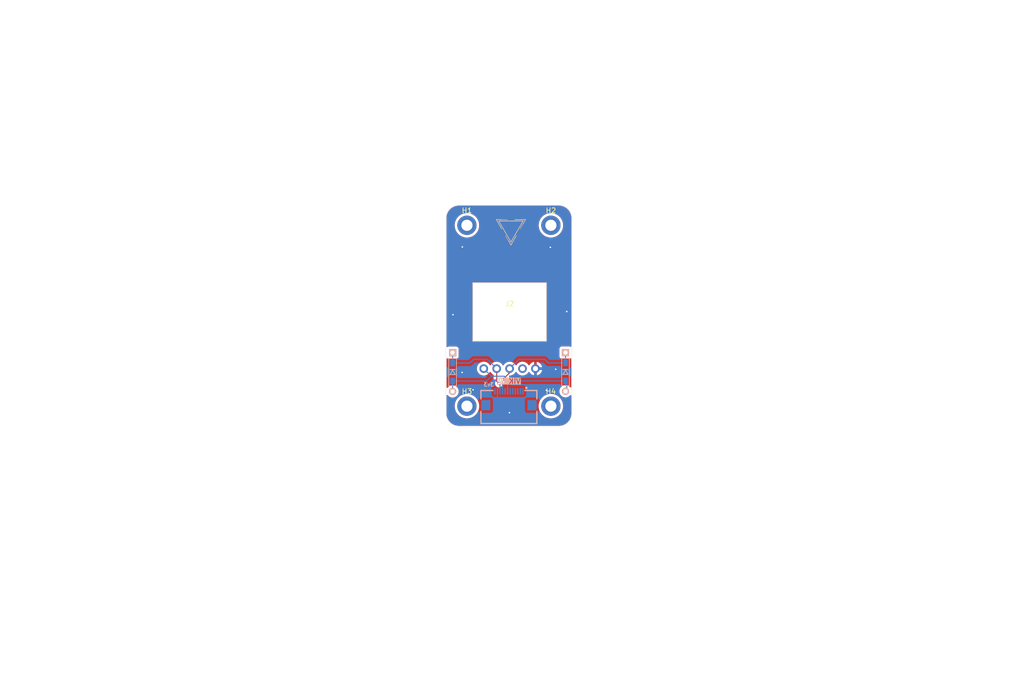
<source format=kicad_pcb>
(kicad_pcb (version 20221018) (generator pcbnew)
  (layers (0 "F.Cu" signal) (31 "B.Cu" signal) (34 "B.Paste" user) (35 "F.Paste" user) (36 "B.SilkS" user "B.Silkscreen") (37 "F.SilkS" user "F.Silkscreen") (38 "B.Mask" user) (39 "F.Mask" user) (44 "Edge.Cuts" user))
  (net 0 "")
  (net 1 "GND")
  (net 2 "+5V")
  (net 3 "rgb_led_in")
  (net 4 "GPIO_AD2")
  (net 5 "SDA")
  (net 6 "SCL")
  (net 7 "+3V3")
  (net 8 "MOSI")
  (net 9 "SPI_CS")
  (net 10 "MISO")
  (net 11 "SCLK")
  (net 13 "GPIO_AD1")
  (footprint "fingerpunch:Pimoroni Haptic Buzz DRV2605L Driver" (layer "F.Cu") (at 174.76 120.65)
    (fp_text reference "J2" (at 0 -2.33) (layer "F.SilkS"))
    (fp_text value "Pimoroni")
    (pad "1" thru_hole circle (at -5.08 10.4 90) (size 1.7 1.7) (drill 1) (layers "*.Cu" "*.Mask") (net 2 "+5V"))
    (pad "2" thru_hole oval (at -2.54 10.4 90) (size 1.7 1.7) (drill 1) (layers "*.Cu" "*.Mask") (net 5 "SDA"))
    (pad "3" thru_hole oval (at 0 10.4 90) (size 1.7 1.7) (drill 1) (layers "*.Cu" "*.Mask") (net 6 "SCL"))
    (pad "4" thru_hole oval (at 2.54 10.4 90) (size 1.7 1.7) (drill 1) (layers "*.Cu" "*.Mask"))
    (pad "5" thru_hole oval (at 5.08 10.4 90) (size 1.7 1.7) (drill 1) (layers "*.Cu" "*.Mask") (net 1 "GND"))
  )
  (footprint "MountingHole:MountingHole_2.2mm_M2_DIN965_Pad" (layer "F.Cu") (at 182.88 102.87)
    (fp_text reference "H2" (at 0 -2.9) (layer "F.SilkS"))
    (fp_text value "MountingHole")
    (pad "1" thru_hole circle (at 0 0) (size 3.8 3.8) (drill 2.2) (layers "*.Cu" "*.Mask"))
  )
  (footprint "MountingHole:MountingHole_2.2mm_M2_DIN965_Pad" (layer "F.Cu") (at 166.37 102.87)
    (fp_text reference "H1" (at 0 -2.9) (layer "F.SilkS"))
    (fp_text value "MountingHole")
    (pad "1" thru_hole circle (at 0 0) (size 3.8 3.8) (drill 2.2) (layers "*.Cu" "*.Mask"))
  )
  (footprint "fingerpunch:vik-logo-small" (layer "F.Cu") (at 175.025 103.55)
    (fp_text reference "REF**")
    (fp_text value "vik-logo-small")
    (fp_line (start -2.880161 -1.806346) (end -1.892323 -1.805976) (stroke (width 0.1)) (layer "F.SilkS"))
    (fp_line (start -2.383804 -1.52) (end 2.38 -1.52) (stroke (width 0.1)) (layer "F.SilkS"))
    (fp_line (start -1.815689 0.036813) (end -2.880161 -1.806346) (stroke (width 0.1)) (layer "F.SilkS"))
    (fp_line (start -0.001902 2.605575) (end -2.383804 -1.52) (stroke (width 0.1)) (layer "F.SilkS"))
    (fp_line (start 0.000114 3.195112) (end -0.493459 2.339419) (stroke (width 0.1)) (layer "F.SilkS"))
    (fp_line (start 0.741256 -1.793386) (end 2.869715 -1.793686) (stroke (width 0.1)) (layer "F.SilkS"))
    (fp_line (start 1.064084 1.351662) (end 0.000114 3.195112) (stroke (width 0.1)) (layer "F.SilkS"))
    (fp_line (start 2.38 -1.52) (end -0.001902 2.605575) (stroke (width 0.1)) (layer "F.SilkS"))
    (fp_line (start 2.869715 -1.793686) (end 2.375449 -0.938393) (stroke (width 0.1)) (layer "F.SilkS"))
  )
  (footprint "MountingHole:MountingHole_2.2mm_M2_DIN965_Pad" (layer "F.Cu") (at 166.37 138.43)
    (fp_text reference "H3" (at 0 -2.9) (layer "F.SilkS"))
    (fp_text value "MountingHole")
    (pad "1" thru_hole circle (at 0 0) (size 3.8 3.8) (drill 2.2) (layers "*.Cu" "*.Mask"))
  )
  (footprint "MountingHole:MountingHole_2.2mm_M2_DIN965_Pad" (layer "F.Cu") (at 182.88 138.43)
    (fp_text reference "H4" (at 0 -2.9) (layer "F.SilkS"))
    (fp_text value "MountingHole")
    (pad "1" thru_hole circle (at 0 0) (size 3.8 3.8) (drill 2.2) (layers "*.Cu" "*.Mask"))
  )
  (footprint "fingerpunch:D3_TH_SMD" (layer "B.Cu") (at 185.75 131.7 -90)
    (fp_text reference "R1" hide)
    (fp_text value "4.7k" hide)
    (fp_line (start -2.7 -0.75) (end 2.7 -0.75) (stroke (width 0.15)) (layer "B.SilkS"))
    (fp_line (start -2.7 0.75) (end -2.7 -0.75) (stroke (width 0.15)) (layer "B.SilkS"))
    (fp_line (start -0.5 0.5) (end -0.5 -0.5) (stroke (width 0.15)) (layer "B.SilkS"))
    (fp_line (start -0.4 0) (end 0.5 0.5) (stroke (width 0.15)) (layer "B.SilkS"))
    (fp_line (start 0.5 -0.5) (end -0.4 0) (stroke (width 0.15)) (layer "B.SilkS"))
    (fp_line (start 0.5 0.5) (end 0.5 -0.5) (stroke (width 0.15)) (layer "B.SilkS"))
    (fp_line (start 2.7 -0.75) (end 2.7 0.75) (stroke (width 0.15)) (layer "B.SilkS"))
    (fp_line (start 2.7 0.75) (end -2.7 0.75) (stroke (width 0.15)) (layer "B.SilkS"))
    (pad "1" thru_hole rect (at -3.81 0 270) (size 1.397 1.397) (drill 0.8128) (layers "*.Cu" "*.Mask" "B.SilkS") (net 6 "SCL"))
    (pad "1" smd rect (at -1.775 0 270) (size 1.3 0.95) (layers "B.Cu" "B.Paste" "B.Mask") (net 6 "SCL"))
    (pad "2" smd rect (at 1.775 0 270) (size 1.3 0.95) (layers "B.Cu" "B.Paste" "B.Mask") (net 2 "+5V"))
    (pad "2" thru_hole circle (at 3.81 0 270) (size 1.397 1.397) (drill 0.8128) (layers "*.Cu" "*.Mask" "B.SilkS") (net 2 "+5V"))
  )
  (footprint "fingerpunch:D3_TH_SMD" (layer "B.Cu") (at 163.55 131.725 -90)
    (fp_text reference "R2" hide)
    (fp_text value "4.7k" hide)
    (fp_line (start -2.7 -0.75) (end 2.7 -0.75) (stroke (width 0.15)) (layer "B.SilkS"))
    (fp_line (start -2.7 0.75) (end -2.7 -0.75) (stroke (width 0.15)) (layer "B.SilkS"))
    (fp_line (start -0.5 0.5) (end -0.5 -0.5) (stroke (width 0.15)) (layer "B.SilkS"))
    (fp_line (start -0.4 0) (end 0.5 0.5) (stroke (width 0.15)) (layer "B.SilkS"))
    (fp_line (start 0.5 -0.5) (end -0.4 0) (stroke (width 0.15)) (layer "B.SilkS"))
    (fp_line (start 0.5 0.5) (end 0.5 -0.5) (stroke (width 0.15)) (layer "B.SilkS"))
    (fp_line (start 2.7 -0.75) (end 2.7 0.75) (stroke (width 0.15)) (layer "B.SilkS"))
    (fp_line (start 2.7 0.75) (end -2.7 0.75) (stroke (width 0.15)) (layer "B.SilkS"))
    (pad "1" thru_hole rect (at -3.81 0 270) (size 1.397 1.397) (drill 0.8128) (layers "*.Cu" "*.Mask" "B.SilkS") (net 5 "SDA"))
    (pad "1" smd rect (at -1.775 0 270) (size 1.3 0.95) (layers "B.Cu" "B.Paste" "B.Mask") (net 5 "SDA"))
    (pad "2" smd rect (at 1.775 0 270) (size 1.3 0.95) (layers "B.Cu" "B.Paste" "B.Mask") (net 2 "+5V"))
    (pad "2" thru_hole circle (at 3.81 0 270) (size 1.397 1.397) (drill 0.8128) (layers "*.Cu" "*.Mask" "B.SilkS") (net 2 "+5V"))
  )
  (footprint "fingerpunch:vik-logo-small" (layer "B.Cu") (at 175.025 103.55 180)
    (fp_text reference "REF**")
    (fp_text value "vik-logo-small")
    (fp_line (start -2.880161 1.806346) (end -1.892323 1.805976) (stroke (width 0.1)) (layer "B.SilkS"))
    (fp_line (start -2.383804 1.52) (end 2.38 1.52) (stroke (width 0.1)) (layer "B.SilkS"))
    (fp_line (start -1.815689 -0.036813) (end -2.880161 1.806346) (stroke (width 0.1)) (layer "B.SilkS"))
    (fp_line (start -0.001902 -2.605575) (end -2.383804 1.52) (stroke (width 0.1)) (layer "B.SilkS"))
    (fp_line (start 0.000114 -3.195112) (end -0.493459 -2.339419) (stroke (width 0.1)) (layer "B.SilkS"))
    (fp_line (start 0.741256 1.793386) (end 2.869715 1.793686) (stroke (width 0.1)) (layer "B.SilkS"))
    (fp_line (start 1.064084 -1.351662) (end 0.000114 -3.195112) (stroke (width 0.1)) (layer "B.SilkS"))
    (fp_line (start 2.38 1.52) (end -0.001902 -2.605575) (stroke (width 0.1)) (layer "B.SilkS"))
    (fp_line (start 2.869715 1.793686) (end 2.375449 0.938393) (stroke (width 0.1)) (layer "B.SilkS"))
  )
  (footprint "vik:vik-module-connector-horizontal" (layer "B.Cu") (at 174.625 137.55 180)
    (fp_text reference "J1" hide)
    (fp_text value "~")
    (fp_text user "VIK IN" (at -2.36 3.42 unlocked) (layer "B.SilkS" knockout) (effects (justify left bottom mirror)))
    (fp_text user "3v3" (at 2.835 2.93 unlocked) (layer "B.SilkS") (effects (font (size 0.75 0.75)) (justify left bottom mirror)))
    (fp_line (start -5.5 -4.295) (end -5.5 -1.912) (stroke (width 0.254)) (layer "B.SilkS"))
    (fp_line (start -5.5 0.539) (end -5.5 2.2) (stroke (width 0.254)) (layer "B.SilkS"))
    (fp_line (start -5.5 2.2) (end -3.131 2.2) (stroke (width 0.254)) (layer "B.SilkS"))
    (fp_line (start 5.5 -4.295) (end -5.5 -4.295) (stroke (width 0.254)) (layer "B.SilkS"))
    (fp_line (start 5.5 -4.295) (end 5.5 -1.912) (stroke (width 0.254)) (layer "B.SilkS"))
    (fp_line (start 5.5 0.539) (end 5.5 2.2) (stroke (width 0.254)) (layer "B.SilkS"))
    (fp_line (start 5.5 2.2) (end 3.131 2.2) (stroke (width 0.254)) (layer "B.SilkS"))
    (fp_circle (center -3.429 2.708) (end -3.302 2.708) (stroke (width 0.254)) (fill none) (layer "B.SilkS"))
    (pad "1" smd rect (at -2.75 2.038 180) (size 0.28 1.25) (layers "B.Cu" "B.Paste" "B.Mask") (net 11 "SCLK"))
    (pad "2" smd rect (at -2.25 2.038 180) (size 0.28 1.25) (layers "B.Cu" "B.Paste" "B.Mask") (net 10 "MISO"))
    (pad "3" smd rect (at -1.75 2.038 180) (size 0.28 1.25) (layers "B.Cu" "B.Paste" "B.Mask") (net 9 "SPI_CS"))
    (pad "4" smd rect (at -1.25 2.038 180) (size 0.28 1.25) (layers "B.Cu" "B.Paste" "B.Mask") (net 4 "GPIO_AD2"))
    (pad "5" smd rect (at -0.75 2.038 180) (size 0.28 1.25) (layers "B.Cu" "B.Paste" "B.Mask") (net 8 "MOSI"))
    (pad "6" smd rect (at -0.25 2.038 180) (size 0.28 1.25) (layers "B.Cu" "B.Paste" "B.Mask") (net 13 "GPIO_AD1"))
    (pad "7" smd rect (at 0.25 2.038 180) (size 0.28 1.25) (layers "B.Cu" "B.Paste" "B.Mask") (net 2 "+5V"))
    (pad "8" smd rect (at 0.75 2.038 180) (size 0.28 1.25) (layers "B.Cu" "B.Paste" "B.Mask") (net 3 "rgb_led_in"))
    (pad "9" smd rect (at 1.25 2.038 180) (size 0.28 1.25) (layers "B.Cu" "B.Paste" "B.Mask") (net 6 "SCL"))
    (pad "10" smd rect (at 1.75 2.038 180) (size 0.28 1.25) (layers "B.Cu" "B.Paste" "B.Mask") (net 5 "SDA"))
    (pad "11" smd rect (at 2.25 2.038 180) (size 0.28 1.25) (layers "B.Cu" "B.Paste" "B.Mask") (net 1 "GND"))
    (pad "12" smd rect (at 2.75 2.038 180) (size 0.28 1.25) (layers "B.Cu" "B.Paste" "B.Mask") (net 7 "+3V3"))
    (pad "13" smd rect (at 4.55 -0.686 180) (size 1.8 2) (layers "B.Cu" "B.Paste" "B.Mask"))
    (pad "14" smd rect (at -4.55 -0.686 180) (size 1.8 2) (layers "B.Cu" "B.Paste" "B.Mask"))
  )
  (gr_arc (start 164.78 142.4) (mid 162.983949 141.656051) (end 162.24 139.86) (stroke (width 0.05)) (layer "Edge.Cuts"))
  (gr_poly (pts (xy 181.965 125.599999) (xy 167.565001 125.600001) (xy 167.564999 114.2) (xy 181.965 114.2)) (stroke (width 0.1)) (fill none) (layer "Edge.Cuts"))
  (gr_line (start 184.47 98.9) (end 164.78 98.9) (stroke (width 0.05)) (layer "Edge.Cuts"))
  (gr_arc (start 187.01 139.86) (mid 186.266051 141.656051) (end 184.47 142.4) (stroke (width 0.05)) (layer "Edge.Cuts"))
  (gr_line (start 187.01 139.86) (end 187.01 101.44) (stroke (width 0.05)) (layer "Edge.Cuts"))
  (gr_line (start 164.78 142.4) (end 184.47 142.4) (stroke (width 0.05)) (layer "Edge.Cuts"))
  (gr_arc (start 184.47 98.9) (mid 186.266051 99.643949) (end 187.01 101.44) (stroke (width 0.05)) (layer "Edge.Cuts"))
  (gr_line (start 162.24 101.44) (end 162.24 139.86) (stroke (width 0.05)) (layer "Edge.Cuts"))
  (gr_arc (start 162.24 101.44) (mid 162.983949 99.643949) (end 164.78 98.9) (stroke (width 0.05)) (layer "Edge.Cuts"))
  (via (at 186 119.825) (size 0.5) (drill 0.3) (layers "F.Cu" "B.Cu") (net 1))
  (via (at 183.825 131.175) (size 0.5) (drill 0.3) (layers "F.Cu" "B.Cu") (net 1))
  (via (at 165.475 107.125) (size 0.5) (drill 0.3) (layers "F.Cu" "B.Cu") (net 1))
  (via (at 182 135.3) (size 0.5) (drill 0.3) (layers "F.Cu" "B.Cu") (net 1))
  (via (at 182.775 107.2) (size 0.5) (drill 0.3) (layers "F.Cu" "B.Cu") (net 1))
  (via (at 165.425 131.8) (size 0.5) (drill 0.3) (layers "F.Cu" "B.Cu") (net 1))
  (via (at 163.625 120.45) (size 0.5) (drill 0.3) (layers "F.Cu" "B.Cu") (net 1))
  (via (at 167.575 135.225) (size 0.5) (drill 0.3) (layers "F.Cu" "B.Cu") (net 1))
  (via (at 174.73 139.72) (size 0.5) (drill 0.3) (layers "F.Cu" "B.Cu") (net 1))
  (segment (start 172.375 135.512) (end 172.375 137.365) (width 0.2) (layer "B.Cu") (net 1))
  (segment (start 172.375 137.365) (end 174.73 139.72) (width 0.2) (layer "B.Cu") (net 1))
  (segment (start 163.55 133.5) (end 170.23 133.5) (width 0.2) (layer "B.Cu") (net 2))
  (segment (start 185.75 133.475) (end 174.7 133.475) (width 0.2) (layer "B.Cu") (net 2))
  (segment (start 174.7 133.475) (end 174.375 133.8) (width 0.2) (layer "B.Cu") (net 2))
  (segment (start 170.23 133.5) (end 171.18 132.55) (width 0.2) (layer "B.Cu") (net 2))
  (segment (start 174.375 135.512) (end 174.375 133.8) (width 0.2) (layer "B.Cu") (net 2))
  (segment (start 174.375 133.2) (end 173.725 132.55) (width 0.2) (layer "B.Cu") (net 2))
  (segment (start 171.18 132.55) (end 169.68 131.05) (width 0.2) (layer "B.Cu") (net 2))
  (segment (start 173.725 132.55) (end 171.18 132.55) (width 0.2) (layer "B.Cu") (net 2))
  (segment (start 186 135.435) (end 186 133.4) (width 0.2) (layer "B.Cu") (net 2))
  (segment (start 163.55 133.5) (end 163.55 135.535) (width 0.2) (layer "B.Cu") (net 2))
  (segment (start 174.375 133.8) (end 174.375 133.2) (width 0.2) (layer "B.Cu") (net 2))
  (segment (start 172.65 133.975) (end 172.22 133.545) (width 0.2) (layer "F.Cu") (net 5))
  (segment (start 172.22 133.545) (end 172.22 131.05) (width 0.2) (layer "F.Cu") (net 5))
  (via (at 172.65 133.975) (size 0.5) (drill 0.3) (layers "F.Cu" "B.Cu") (net 5))
  (segment (start 172.875 135.512) (end 172.875 134.2) (width 0.2) (layer "B.Cu") (net 5))
  (segment (start 172.875 134.2) (end 172.65 133.975) (width 0.2) (layer "B.Cu") (net 5))
  (segment (start 163.55 127.915) (end 163.55 129.95) (width 0.2) (layer "B.Cu") (net 5))
  (segment (start 163.55 129.95) (end 166.95 129.95) (width 0.2) (layer "B.Cu") (net 5))
  (segment (start 166.95 129.95) (end 167.675 129.225) (width 0.2) (layer "B.Cu") (net 5))
  (segment (start 167.675 129.225) (end 170.395 129.225) (width 0.2) (layer "B.Cu") (net 5))
  (segment (start 170.395 129.225) (end 172.22 131.05) (width 0.2) (layer "B.Cu") (net 5))
  (segment (start 173.375 133.25) (end 174.76 131.865) (width 0.2) (layer "F.Cu") (net 6))
  (segment (start 174.76 131.865) (end 174.76 131.05) (width 0.2) (layer "F.Cu") (net 6))
  (via (at 173.375 133.25) (size 0.5) (drill 0.3) (layers "F.Cu" "B.Cu") (net 6))
  (segment (start 173.375 135.512) (end 173.375 133.25) (width 0.2) (layer "B.Cu") (net 6))
  (segment (start 182.35 129.925) (end 181.65 129.225) (width 0.2) (layer "B.Cu") (net 6))
  (segment (start 181.65 129.225) (end 176.585 129.225) (width 0.2) (layer "B.Cu") (net 6))
  (segment (start 185.75 129.925) (end 182.35 129.925) (width 0.2) (layer "B.Cu") (net 6))
  (segment (start 176.585 129.225) (end 174.76 131.05) (width 0.2) (layer "B.Cu") (net 6))
  (segment (start 185.75 127.89) (end 185.75 129.925) (width 0.2) (layer "B.Cu") (net 6))
  (zone (net 1) (net_name "GND") (layers "F&B.Cu") (connect_pads (clearance 0.508)) (min_thickness 0.254) (fill yes (thermal_gap 0.508) (thermal_bridge_width 0.508))
    (polygon (pts (xy 275.91 59.07) (xy 275.59 193.26) (xy 74.78 194.21) (xy 74.56 58.57)))
  )
)
</source>
